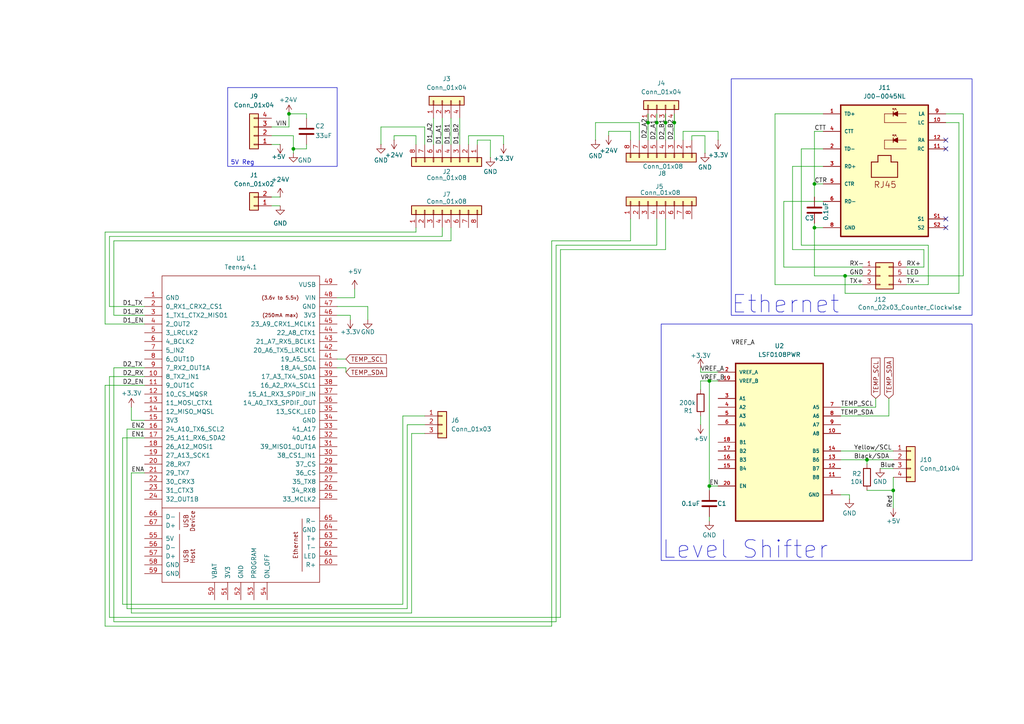
<source format=kicad_sch>
(kicad_sch (version 20231120) (generator "eeschema") (generator_version "8.0")
  (paper "A4")
  (lib_symbols
    (symbol "Connector_Generic:Conn_01x02" (pin_names (offset 1.016) hide)
      (property "Reference" "J" (at 0 2.54 0))
      (property "Value" "Conn_01x02" (at 0 -5.08 0))
      (symbol "Conn_01x02_1_1"
        (rectangle (start -1.27 -2.413) (end 0 -2.667) (stroke (width 0.1524)))
        (rectangle (start -1.27 0.127) (end 0 -0.127) (stroke (width 0.1524)))
        (rectangle (start -1.27 1.27) (end 1.27 -3.81) (stroke (width 0.254)) (fill (type background)))
        (pin passive line (at -5.08 0 0) (length 3.81) (name "Pin_1") (number "1"))
        (pin passive line (at -5.08 -2.54 0) (length 3.81) (name "Pin_2") (number "2"))
      )
    )
    (symbol "Connector_Generic:Conn_01x03" (pin_names (offset 1.016) hide)
      (property "Reference" "J" (at 0 5.08 0))
      (property "Value" "Conn_01x03" (at 0 -5.08 0))
      (symbol "Conn_01x03_1_1"
        (rectangle (start -1.27 -2.413) (end 0 -2.667) (stroke (width 0.1524)))
        (rectangle (start -1.27 0.127) (end 0 -0.127) (stroke (width 0.1524)))
        (rectangle (start -1.27 2.667) (end 0 2.413) (stroke (width 0.1524)))
        (rectangle (start -1.27 3.81) (end 1.27 -3.81) (stroke (width 0.254)) (fill (type background)))
        (pin passive line (at -5.08 2.54 0) (length 3.81) (name "Pin_1") (number "1"))
        (pin passive line (at -5.08 0 0) (length 3.81) (name "Pin_2") (number "2"))
        (pin passive line (at -5.08 -2.54 0) (length 3.81) (name "Pin_3") (number "3"))
      )
    )
    (symbol "Connector_Generic:Conn_01x04" (pin_names (offset 1.016) hide)
      (property "Reference" "J" (at 0 5.08 0))
      (property "Value" "Conn_01x04" (at 0 -7.62 0))
      (symbol "Conn_01x04_1_1"
        (rectangle (start -1.27 -4.953) (end 0 -5.207) (stroke (width 0.1524)))
        (rectangle (start -1.27 -2.413) (end 0 -2.667) (stroke (width 0.1524)))
        (rectangle (start -1.27 0.127) (end 0 -0.127) (stroke (width 0.1524)))
        (rectangle (start -1.27 2.667) (end 0 2.413) (stroke (width 0.1524)))
        (rectangle (start -1.27 3.81) (end 1.27 -6.35) (stroke (width 0.254)) (fill (type background)))
        (pin passive line (at -5.08 2.54 0) (length 3.81) (name "Pin_1") (number "1"))
        (pin passive line (at -5.08 0 0) (length 3.81) (name "Pin_2") (number "2"))
        (pin passive line (at -5.08 -2.54 0) (length 3.81) (name "Pin_3") (number "3"))
        (pin passive line (at -5.08 -5.08 0) (length 3.81) (name "Pin_4") (number "4"))
      )
    )
    (symbol "Connector_Generic:Conn_01x08" (pin_names (offset 1.016) hide)
      (property "Reference" "J" (at 0 10.16 0))
      (property "Value" "Conn_01x08" (at 0 -12.7 0))
      (symbol "Conn_01x08_1_1"
        (rectangle (start -1.27 -10.033) (end 0 -10.287) (stroke (width 0.1524)))
        (rectangle (start -1.27 -7.493) (end 0 -7.747) (stroke (width 0.1524)))
        (rectangle (start -1.27 -4.953) (end 0 -5.207) (stroke (width 0.1524)))
        (rectangle (start -1.27 -2.413) (end 0 -2.667) (stroke (width 0.1524)))
        (rectangle (start -1.27 0.127) (end 0 -0.127) (stroke (width 0.1524)))
        (rectangle (start -1.27 2.667) (end 0 2.413) (stroke (width 0.1524)))
        (rectangle (start -1.27 5.207) (end 0 4.953) (stroke (width 0.1524)))
        (rectangle (start -1.27 7.747) (end 0 7.493) (stroke (width 0.1524)))
        (rectangle (start -1.27 8.89) (end 1.27 -11.43) (stroke (width 0.254)) (fill (type background)))
        (pin passive line (at -5.08 7.62 0) (length 3.81) (name "Pin_1") (number "1"))
        (pin passive line (at -5.08 5.08 0) (length 3.81) (name "Pin_2") (number "2"))
        (pin passive line (at -5.08 2.54 0) (length 3.81) (name "Pin_3") (number "3"))
        (pin passive line (at -5.08 0 0) (length 3.81) (name "Pin_4") (number "4"))
        (pin passive line (at -5.08 -2.54 0) (length 3.81) (name "Pin_5") (number "5"))
        (pin passive line (at -5.08 -5.08 0) (length 3.81) (name "Pin_6") (number "6"))
        (pin passive line (at -5.08 -7.62 0) (length 3.81) (name "Pin_7") (number "7"))
        (pin passive line (at -5.08 -10.16 0) (length 3.81) (name "Pin_8") (number "8"))
      )
    )
    (symbol "Connector_Generic:Conn_02x03_Counter_Clockwise" (pin_names (offset 1.016) hide)
      (property "Reference" "J" (at 1.27 5.08 0))
      (property "Value" "Conn_02x03_Counter_Clockwise" (at 1.27 -5.08 0))
      (symbol "Conn_02x03_Counter_Clockwise_1_1"
        (rectangle (start -1.27 -2.413) (end 0 -2.667) (stroke (width 0.1524)))
        (rectangle (start -1.27 0.127) (end 0 -0.127) (stroke (width 0.1524)))
        (rectangle (start -1.27 2.667) (end 0 2.413) (stroke (width 0.1524)))
        (rectangle (start -1.27 3.81) (end 3.81 -3.81) (stroke (width 0.254)) (fill (type background)))
        (rectangle (start 3.81 -2.413) (end 2.54 -2.667) (stroke (width 0.1524)))
        (rectangle (start 3.81 0.127) (end 2.54 -0.127) (stroke (width 0.1524)))
        (rectangle (start 3.81 2.667) (end 2.54 2.413) (stroke (width 0.1524)))
        (pin passive line (at -5.08 2.54 0) (length 3.81) (name "Pin_1") (number "1"))
        (pin passive line (at -5.08 0 0) (length 3.81) (name "Pin_2") (number "2"))
        (pin passive line (at -5.08 -2.54 0) (length 3.81) (name "Pin_3") (number "3"))
        (pin passive line (at 7.62 -2.54 180) (length 3.81) (name "Pin_4") (number "4"))
        (pin passive line (at 7.62 0 180) (length 3.81) (name "Pin_5") (number "5"))
        (pin passive line (at 7.62 2.54 180) (length 3.81) (name "Pin_6") (number "6"))
      )
    )
    (symbol "Device:C" (pin_numbers hide) (pin_names (offset 0.254))
      (property "Reference" "C" (at 0.635 2.54 0))
      (property "Value" "C" (at 0.635 -2.54 0))
      (symbol "C_0_1"
        (polyline (pts (xy -2.032 -0.762) (xy 2.032 -0.762)) (stroke (width 0.508)))
        (polyline (pts (xy -2.032 0.762) (xy 2.032 0.762)) (stroke (width 0.508)))
      )
      (symbol "C_1_1"
        (pin passive line (at 0 3.81 270) (length 2.794) (name "~") (number "1"))
        (pin passive line (at 0 -3.81 90) (length 2.794) (name "~") (number "2"))
      )
    )
    (symbol "Device:R" (pin_numbers hide) (pin_names (offset 0))
      (property "Reference" "R" (at 2.032 0 90))
      (property "Value" "R" (at 0 0 90))
      (symbol "R_0_1"
        (rectangle (start -1.016 -2.54) (end 1.016 2.54) (stroke (width 0.254)))
      )
      (symbol "R_1_1"
        (pin passive line (at 0 3.81 270) (length 1.27) (name "~") (number "1"))
        (pin passive line (at 0 -3.81 90) (length 1.27) (name "~") (number "2"))
      )
    )
    (symbol "J00-0045NL:J00-0045NL" (pin_names (offset 1.016))
      (property "Reference" "J" (at -12.7418 21.6609 0))
      (property "Value" "J00-0045NL" (at -12.7427 -21.0253 0))
      (symbol "J00-0045NL_0_0"
        (rectangle (start -12.7 -17.78) (end 12.7 20.32) (stroke (width 0.4064)) (fill (type background)))
        (polyline (pts (xy -3.81 -0.635) (xy -3.81 3.81)) (stroke (width 0.254)))
        (polyline (pts (xy -3.81 3.81) (xy -1.905 3.81)) (stroke (width 0.254)))
        (polyline (pts (xy -1.905 3.81) (xy -1.905 5.715)) (stroke (width 0.254)))
        (polyline (pts (xy -1.905 5.715) (xy 1.905 5.715)) (stroke (width 0.254)))
        (polyline (pts (xy 0 10.16) (xy 0 7.62)) (stroke (width 0.1524)))
        (polyline (pts (xy 0 17.78) (xy 0 15.24)) (stroke (width 0.1524)))
        (polyline (pts (xy 1.905 3.81) (xy 3.81 3.81)) (stroke (width 0.254)))
        (polyline (pts (xy 1.905 5.715) (xy 1.905 3.81)) (stroke (width 0.254)))
        (polyline (pts (xy 2.413 11.7157) (xy 2.413 11.3982)) (stroke (width 0.1524)))
        (polyline (pts (xy 2.413 11.7157) (xy 2.7305 11.7157)) (stroke (width 0.1524)))
        (polyline (pts (xy 2.413 19.3357) (xy 2.413 19.0182)) (stroke (width 0.1524)))
        (polyline (pts (xy 2.413 19.3357) (xy 2.7305 19.3357)) (stroke (width 0.1524)))
        (polyline (pts (xy 2.54 10.16) (xy 0 10.16)) (stroke (width 0.1524)))
        (polyline (pts (xy 2.54 10.16) (xy 2.54 9.525)) (stroke (width 0.254)))
        (polyline (pts (xy 2.54 10.16) (xy 3.81 10.795)) (stroke (width 0.254)))
        (polyline (pts (xy 2.54 10.795) (xy 2.54 10.16)) (stroke (width 0.254)))
        (polyline (pts (xy 2.54 17.78) (xy 0 17.78)) (stroke (width 0.1524)))
        (polyline (pts (xy 2.54 17.78) (xy 2.54 17.145)) (stroke (width 0.254)))
        (polyline (pts (xy 2.54 17.78) (xy 3.81 18.415)) (stroke (width 0.254)))
        (polyline (pts (xy 2.54 18.415) (xy 2.54 17.78)) (stroke (width 0.254)))
        (polyline (pts (xy 2.8892 11.2394) (xy 2.413 11.7157)) (stroke (width 0.1524)))
        (polyline (pts (xy 2.8892 18.8594) (xy 2.413 19.3357)) (stroke (width 0.1524)))
        (polyline (pts (xy 3.048 11.7157) (xy 3.048 11.3982)) (stroke (width 0.1524)))
        (polyline (pts (xy 3.048 11.7157) (xy 3.3655 11.7157)) (stroke (width 0.1524)))
        (polyline (pts (xy 3.048 19.3357) (xy 3.048 19.0182)) (stroke (width 0.1524)))
        (polyline (pts (xy 3.048 19.3357) (xy 3.3655 19.3357)) (stroke (width 0.1524)))
        (polyline (pts (xy 3.5242 11.2394) (xy 3.048 11.7157)) (stroke (width 0.1524)))
        (polyline (pts (xy 3.5242 18.8594) (xy 3.048 19.3357)) (stroke (width 0.1524)))
        (polyline (pts (xy 3.81 -0.635) (xy -3.81 -0.635)) (stroke (width 0.254)))
        (polyline (pts (xy 3.81 3.81) (xy 3.81 -0.635)) (stroke (width 0.254)))
        (polyline (pts (xy 3.81 9.525) (xy 2.54 10.16)) (stroke (width 0.254)))
        (polyline (pts (xy 3.81 10.16) (xy 3.81 9.525)) (stroke (width 0.254)))
        (polyline (pts (xy 3.81 10.795) (xy 3.81 10.16)) (stroke (width 0.254)))
        (polyline (pts (xy 3.81 17.145) (xy 2.54 17.78)) (stroke (width 0.254)))
        (polyline (pts (xy 3.81 17.78) (xy 3.81 17.145)) (stroke (width 0.254)))
        (polyline (pts (xy 3.81 18.415) (xy 3.81 17.78)) (stroke (width 0.254)))
        (polyline (pts (xy 6.35 7.62) (xy 0.0317 7.62)) (stroke (width 0.1524)))
        (polyline (pts (xy 6.35 10.16) (xy 3.81 10.16)) (stroke (width 0.1524)))
        (polyline (pts (xy 6.35 15.24) (xy 0 15.24)) (stroke (width 0.1524)))
        (polyline (pts (xy 6.35 17.78) (xy 3.81 17.78)) (stroke (width 0.1524)))
        (polyline (pts (xy 2.667 17.78) (xy 3.81 18.415) (xy 3.81 17.145) (xy 2.667 17.78)) (stroke (width 0.1524)) (fill (type outline)))
        (polyline (pts (xy 3.81 10.795) (xy 2.54 10.16) (xy 3.81 9.525) (xy 3.81 10.795)) (stroke (width 0.1524)) (fill (type outline)))
        (text "RJ45" (at -3.1811 -3.8174 0) (effects (font (size 1.7814 1.7814)) (justify left bottom)))
        (pin passive line (at -17.78 17.78 0) (length 5.08) (name "TD+") (number "1"))
        (pin passive line (at 17.78 15.24 180) (length 5.08) (name "LC") (number "10"))
        (pin passive line (at 17.78 7.62 180) (length 5.08) (name "RC") (number "11"))
        (pin passive line (at 17.78 10.16 180) (length 5.08) (name "RA") (number "12"))
        (pin passive line (at -17.78 7.62 0) (length 5.08) (name "TD-") (number "2"))
        (pin passive line (at -17.78 2.54 0) (length 5.08) (name "RD+") (number "3"))
        (pin passive line (at -17.78 12.7 0) (length 5.08) (name "CTT") (number "4"))
        (pin passive line (at -17.78 -2.54 0) (length 5.08) (name "CTR") (number "5"))
        (pin passive line (at -17.78 -7.62 0) (length 5.08) (name "RD-") (number "6"))
        (pin passive line (at -17.78 -15.24 0) (length 5.08) (name "GND") (number "8"))
        (pin passive line (at 17.78 17.78 180) (length 5.08) (name "LA") (number "9"))
        (pin passive line (at 17.78 -12.7 180) (length 5.08) (name "S1") (number "S1"))
        (pin passive line (at 17.78 -15.24 180) (length 5.08) (name "S2") (number "S2"))
      )
    )
    (symbol "LSF0108PWR:LSF0108PWR" (pin_names (offset 1.016))
      (property "Reference" "U" (at -12.7 23.86 0))
      (property "Value" "LSF0108PWR" (at -12.7 -26.86 0))
      (symbol "LSF0108PWR_0_0"
        (rectangle (start -12.7 -22.86) (end 12.7 22.86) (stroke (width 0.41)) (fill (type background)))
        (pin power_in line (at 17.78 -15.24 180) (length 5.08) (name "GND") (number "1"))
        (pin bidirectional line (at 17.78 2.54 180) (length 5.08) (name "A8") (number "10"))
        (pin bidirectional line (at 17.78 -10.16 180) (length 5.08) (name "B8") (number "11"))
        (pin bidirectional line (at 17.78 -7.62 180) (length 5.08) (name "B7") (number "12"))
        (pin bidirectional line (at 17.78 -5.08 180) (length 5.08) (name "B6") (number "13"))
        (pin bidirectional line (at 17.78 -2.54 180) (length 5.08) (name "B5") (number "14"))
        (pin bidirectional line (at -17.78 -7.62 0) (length 5.08) (name "B4") (number "15"))
        (pin bidirectional line (at -17.78 -5.08 0) (length 5.08) (name "B3") (number "16"))
        (pin bidirectional line (at -17.78 -2.54 0) (length 5.08) (name "B2") (number "17"))
        (pin bidirectional line (at -17.78 0 0) (length 5.08) (name "B1") (number "18"))
        (pin input line (at -17.78 17.78 0) (length 5.08) (name "VREF_B") (number "19"))
        (pin input line (at -17.78 20.32 0) (length 5.08) (name "VREF_A") (number "2"))
        (pin bidirectional line (at -17.78 -12.7 0) (length 5.08) (name "EN") (number "20"))
        (pin bidirectional line (at -17.78 12.7 0) (length 5.08) (name "A1") (number "3"))
        (pin bidirectional line (at -17.78 10.16 0) (length 5.08) (name "A2") (number "4"))
        (pin bidirectional line (at -17.78 7.62 0) (length 5.08) (name "A3") (number "5"))
        (pin bidirectional line (at -17.78 5.08 0) (length 5.08) (name "A4") (number "6"))
        (pin bidirectional line (at 17.78 10.16 180) (length 5.08) (name "A5") (number "7"))
        (pin bidirectional line (at 17.78 7.62 180) (length 5.08) (name "A6") (number "8"))
        (pin bidirectional line (at 17.78 5.08 180) (length 5.08) (name "A7") (number "9"))
      )
    )
    (symbol "power:+24V" (power) (pin_numbers hide) (pin_names (offset 0) hide)
      (property "Value" "+24V" (at 0 3.556 0))
      (symbol "+24V_0_1"
        (polyline (pts (xy -0.762 1.27) (xy 0 2.54)))
        (polyline (pts (xy 0 0) (xy 0 2.54)))
        (polyline (pts (xy 0 2.54) (xy 0.762 1.27)))
      )
      (symbol "+24V_1_1"
        (pin power_in line (at 0 0 90) (length 0) (name "~") (number "1"))
      )
    )
    (symbol "power:+3.3V" (power) (pin_numbers hide) (pin_names (offset 0) hide)
      (property "Value" "+3.3V" (at 0 3.556 0))
      (symbol "+3.3V_0_1"
        (polyline (pts (xy -0.762 1.27) (xy 0 2.54)))
        (polyline (pts (xy 0 0) (xy 0 2.54)))
        (polyline (pts (xy 0 2.54) (xy 0.762 1.27)))
      )
      (symbol "+3.3V_1_1"
        (pin power_in line (at 0 0 90) (length 0) (name "~") (number "1"))
      )
    )
    (symbol "power:+5V" (power) (pin_numbers hide) (pin_names (offset 0) hide)
      (property "Value" "+5V" (at 0 3.556 0))
      (symbol "+5V_0_1"
        (polyline (pts (xy -0.762 1.27) (xy 0 2.54)))
        (polyline (pts (xy 0 0) (xy 0 2.54)))
        (polyline (pts (xy 0 2.54) (xy 0.762 1.27)))
      )
      (symbol "+5V_1_1"
        (pin power_in line (at 0 0 90) (length 0) (name "~") (number "1"))
      )
    )
    (symbol "power:GND" (power) (pin_numbers hide) (pin_names (offset 0) hide)
      (property "Value" "GND" (at 0 -3.81 0))
      (symbol "GND_0_1"
        (polyline (pts (xy 0 0) (xy 0 -1.27) (xy 1.27 -1.27) (xy 0 -2.54) (xy -1.27 -1.27) (xy 0 -1.27)))
      )
      (symbol "GND_1_1"
        (pin power_in line (at 0 0 270) (length 0) (name "~") (number "1"))
      )
    )
    (symbol "teensy:Teensy4.1" (pin_names (offset 1.016))
      (property "Reference" "U" (at 0 64.77 0))
      (property "Value" "Teensy4.1" (at 0 62.23 0))
      (symbol "Teensy4.1_0_0"
        (polyline (pts (xy -22.86 -6.35) (xy 22.86 -6.35)))
        (polyline (pts (xy -17.78 -26.67) (xy -17.78 -13.97)))
        (polyline (pts (xy -17.78 -7.62) (xy -17.78 -12.7)))
        (polyline (pts (xy 17.78 -9.525) (xy 17.78 -24.765)))
        (text "(250mA max)" (at 11.43 49.53 0) (effects (font (size 1.016 1.016))))
        (text "(3.6v to 5.5v)" (at 11.43 54.61 0) (effects (font (size 1.016 1.016))))
        (text "Device" (at -13.97 -10.16 900) (effects (font (size 1.27 1.27))))
        (text "Ethernet" (at 15.875 -17.145 900) (effects (font (size 1.27 1.27))))
        (text "Host" (at -13.97 -20.32 900) (effects (font (size 1.27 1.27))))
        (text "USB" (at -15.875 -20.32 900) (effects (font (size 1.27 1.27))))
        (text "USB" (at -15.875 -10.16 900) (effects (font (size 1.27 1.27))))
        (pin bidirectional line (at -27.94 31.75 0) (length 5.08) (name "8_TX2_IN1") (number "10"))
        (pin bidirectional line (at -27.94 29.21 0) (length 5.08) (name "9_OUT1C") (number "11"))
        (pin bidirectional line (at -27.94 26.67 0) (length 5.08) (name "10_CS_MQSR") (number "12"))
        (pin bidirectional line (at -27.94 24.13 0) (length 5.08) (name "11_MOSI_CTX1") (number "13"))
        (pin bidirectional line (at -27.94 21.59 0) (length 5.08) (name "12_MISO_MQSL") (number "14"))
        (pin power_in line (at -27.94 19.05 0) (length 5.08) (name "3V3") (number "15"))
        (pin bidirectional line (at -27.94 16.51 0) (length 5.08) (name "24_A10_TX6_SCL2") (number "16"))
        (pin bidirectional line (at -27.94 13.97 0) (length 5.08) (name "25_A11_RX6_SDA2") (number "17"))
        (pin bidirectional line (at -27.94 11.43 0) (length 5.08) (name "26_A12_MOSI1") (number "18"))
        (pin bidirectional line (at -27.94 8.89 0) (length 5.08) (name "27_A13_SCK1") (number "19"))
        (pin bidirectional line (at -27.94 6.35 0) (length 5.08) (name "28_RX7") (number "20"))
        (pin bidirectional line (at -27.94 3.81 0) (length 5.08) (name "29_TX7") (number "21"))
        (pin bidirectional line (at -27.94 1.27 0) (length 5.08) (name "30_CRX3") (number "22"))
        (pin bidirectional line (at -27.94 -1.27 0) (length 5.08) (name "31_CTX3") (number "23"))
        (pin bidirectional line (at -27.94 -3.81 0) (length 5.08) (name "32_OUT1B") (number "24"))
        (pin bidirectional line (at 27.94 -3.81 180) (length 5.08) (name "33_MCLK2") (number "25"))
        (pin bidirectional line (at 27.94 -1.27 180) (length 5.08) (name "34_RX8") (number "26"))
        (pin bidirectional line (at 27.94 1.27 180) (length 5.08) (name "35_TX8") (number "27"))
        (pin bidirectional line (at 27.94 3.81 180) (length 5.08) (name "36_CS") (number "28"))
        (pin bidirectional line (at 27.94 6.35 180) (length 5.08) (name "37_CS") (number "29"))
        (pin bidirectional line (at 27.94 8.89 180) (length 5.08) (name "38_CS1_IN1") (number "30"))
        (pin bidirectional line (at 27.94 11.43 180) (length 5.08) (name "39_MISO1_OUT1A") (number "31"))
        (pin bidirectional line (at 27.94 13.97 180) (length 5.08) (name "40_A16") (number "32"))
        (pin bidirectional line (at 27.94 16.51 180) (length 5.08) (name "41_A17") (number "33"))
        (pin bidirectional line (at 27.94 21.59 180) (length 5.08) (name "13_SCK_LED") (number "35"))
        (pin bidirectional line (at 27.94 24.13 180) (length 5.08) (name "14_A0_TX3_SPDIF_OUT") (number "36"))
        (pin bidirectional line (at 27.94 26.67 180) (length 5.08) (name "15_A1_RX3_SPDIF_IN") (number "37"))
        (pin bidirectional line (at 27.94 29.21 180) (length 5.08) (name "16_A2_RX4_SCL1") (number "38"))
        (pin bidirectional line (at 27.94 31.75 180) (length 5.08) (name "17_A3_TX4_SDA1") (number "39"))
        (pin bidirectional line (at 27.94 34.29 180) (length 5.08) (name "18_A4_SDA") (number "40"))
        (pin bidirectional line (at 27.94 36.83 180) (length 5.08) (name "19_A5_SCL") (number "41"))
        (pin bidirectional line (at 27.94 39.37 180) (length 5.08) (name "20_A6_TX5_LRCLK1") (number "42"))
        (pin bidirectional line (at 27.94 41.91 180) (length 5.08) (name "21_A7_RX5_BCLK1") (number "43"))
        (pin bidirectional line (at 27.94 44.45 180) (length 5.08) (name "22_A8_CTX1") (number "44"))
        (pin bidirectional line (at 27.94 46.99 180) (length 5.08) (name "23_A9_CRX1_MCLK1") (number "45"))
        (pin output line (at 27.94 49.53 180) (length 5.08) (name "3V3") (number "46"))
        (pin output line (at 27.94 52.07 180) (length 5.08) (name "GND") (number "47"))
        (pin power_in line (at 27.94 54.61 180) (length 5.08) (name "VIN") (number "48"))
        (pin power_out line (at 27.94 58.42 180) (length 5.08) (name "VUSB") (number "49"))
        (pin bidirectional line (at -27.94 44.45 0) (length 5.08) (name "3_LRCLK2") (number "5"))
        (pin power_in line (at -7.62 -33.02 90) (length 5.08) (name "VBAT") (number "50"))
        (pin power_in line (at -3.81 -33.02 90) (length 5.08) (name "3V3") (number "51"))
        (pin input line (at 0 -33.02 90) (length 5.08) (name "GND") (number "52"))
        (pin input line (at 3.81 -33.02 90) (length 5.08) (name "PROGRAM") (number "53"))
        (pin input line (at 7.62 -33.02 90) (length 5.08) (name "ON_OFF") (number "54"))
        (pin power_out line (at -27.94 -15.24 0) (length 5.08) (name "5V") (number "55"))
        (pin bidirectional line (at -27.94 -17.78 0) (length 5.08) (name "D-") (number "56"))
        (pin bidirectional line (at -27.94 -20.32 0) (length 5.08) (name "D+") (number "57"))
        (pin power_in line (at -27.94 -22.86 0) (length 5.08) (name "GND") (number "58"))
        (pin power_in line (at -27.94 -25.4 0) (length 5.08) (name "GND") (number "59"))
        (pin bidirectional line (at -27.94 41.91 0) (length 5.08) (name "4_BCLK2") (number "6"))
        (pin bidirectional line (at 27.94 -22.86 180) (length 5.08) (name "R+") (number "60"))
        (pin bidirectional line (at 27.94 -20.32 180) (length 5.08) (name "LED") (number "61"))
        (pin bidirectional line (at 27.94 -17.78 180) (length 5.08) (name "T-") (number "62"))
        (pin bidirectional line (at 27.94 -15.24 180) (length 5.08) (name "T+") (number "63"))
        (pin power_in line (at 27.94 -12.7 180) (length 5.08) (name "GND") (number "64"))
        (pin bidirectional line (at 27.94 -10.16 180) (length 5.08) (name "R-") (number "65"))
        (pin bidirectional line (at -27.94 -8.89 0) (length 5.08) (name "D-") (number "66"))
        (pin bidirectional line (at -27.94 -11.43 0) (length 5.08) (name "D+") (number "67"))
        (pin bidirectional line (at -27.94 39.37 0) (length 5.08) (name "5_IN2") (number "7"))
        (pin bidirectional line (at -27.94 36.83 0) (length 5.08) (name "6_OUT1D") (number "8"))
        (pin bidirectional line (at -27.94 34.29 0) (length 5.08) (name "7_RX2_OUT1A") (number "9"))
      )
      (symbol "Teensy4.1_0_1"
        (rectangle (start -22.86 60.96) (end 22.86 -27.94))
        (rectangle (start -20.32 -1.27) (end -20.32 -1.27))
      )
      (symbol "Teensy4.1_1_1"
        (pin power_in line (at -27.94 54.61 0) (length 5.08) (name "GND") (number "1"))
        (pin bidirectional line (at -27.94 52.07 0) (length 5.08) (name "0_RX1_CRX2_CS1") (number "2"))
        (pin bidirectional line (at -27.94 49.53 0) (length 5.08) (name "1_TX1_CTX2_MISO1") (number "3"))
        (pin power_in line (at 27.94 19.05 180) (length 5.08) (name "GND") (number "34"))
        (pin bidirectional line (at -27.94 46.99 0) (length 5.08) (name "2_OUT2") (number "4"))
      )
    )
  )
  (junction (at 236.22 66.04))
  (junction (at 85.09 43.18))
  (junction (at 190.5 35.56))
  (junction (at 236.22 53.34))
  (junction (at 83.82 33.02))
  (junction (at 259.08 142.24))
  (junction (at 195.58 35.56))
  (junction (at 205.74 110.49))
  (junction (at 205.74 140.97))
  (junction (at 187.96 35.56))
  (junction (at 193.04 35.56))
  (junction (at 251.46 133.35))
  (junction (at 245.11 80.01))
  (no_connect (at 274.32 43.18))
  (no_connect (at 274.32 66.04))
  (no_connect (at 274.32 63.5))
  (no_connect (at 274.32 40.64))
  (wire (pts (xy 208.28 38.1) (xy 208.28 40.64)))
  (wire (pts (xy 195.58 35.56) (xy 195.58 40.64)))
  (wire (pts (xy 232.41 71.12) (xy 269.24 71.12)))
  (wire (pts (xy 33.02 91.44) (xy 33.02 69.85)))
  (wire (pts (xy 262.89 82.55) (xy 269.24 82.55)))
  (wire (pts (xy 97.79 91.44) (xy 101.6 91.44)))
  (wire (pts (xy 30.48 93.98) (xy 41.91 93.98)))
  (wire (pts (xy 224.79 33.02) (xy 238.76 33.02)))
  (wire (pts (xy 138.43 40.64) (xy 142.24 40.64)))
  (wire (pts (xy 254 118.11) (xy 254 115.57)))
  (wire (pts (xy 185.42 35.56) (xy 185.42 40.64)))
  (wire (pts (xy 203.2 120.65) (xy 203.2 123.19)))
  (wire (pts (xy 33.02 106.68) (xy 33.02 180.34)))
  (wire (pts (xy 236.22 80.01) (xy 245.11 80.01)))
  (wire (pts (xy 182.88 69.85) (xy 182.88 63.5)))
  (wire (pts (xy 146.05 39.37) (xy 146.05 41.91)))
  (wire (pts (xy 116.84 175.26) (xy 116.84 120.65)))
  (wire (pts (xy 238.76 58.42) (xy 227.33 58.42)))
  (wire (pts (xy 246.38 143.51) (xy 246.38 144.78)))
  (wire (pts (xy 262.89 77.47) (xy 267.97 77.47)))
  (wire (pts (xy 262.89 80.01) (xy 279.4 80.01)))
  (wire (pts (xy 205.74 110.49) (xy 208.28 110.49)))
  (wire (pts (xy 203.2 107.95) (xy 208.28 107.95)))
  (wire (pts (xy 190.5 71.12) (xy 190.5 63.5)))
  (wire (pts (xy 78.74 57.15) (xy 81.28 57.15)))
  (wire (pts (xy 232.41 43.18) (xy 232.41 71.12)))
  (wire (pts (xy 33.02 91.44) (xy 41.91 91.44)))
  (wire (pts (xy 198.12 40.64) (xy 198.12 38.1)))
  (wire (pts (xy 279.4 80.01) (xy 279.4 33.02)))
  (wire (pts (xy 251.46 133.35) (xy 259.08 133.35)))
  (wire (pts (xy 243.84 133.35) (xy 251.46 133.35)))
  (wire (pts (xy 118.11 176.53) (xy 118.11 123.19)))
  (wire (pts (xy 33.02 180.34) (xy 161.29 180.34)))
  (wire (pts (xy 190.5 33.02) (xy 190.5 35.56)))
  (wire (pts (xy 128.27 66.04) (xy 128.27 68.58)))
  (wire (pts (xy 130.81 66.04) (xy 130.81 69.85)))
  (wire (pts (xy 243.84 143.51) (xy 246.38 143.51)))
  (wire (pts (xy 224.79 33.02) (xy 224.79 82.55)))
  (wire (pts (xy 110.49 36.83) (xy 110.49 41.91)))
  (wire (pts (xy 193.04 63.5) (xy 193.04 72.39)))
  (wire (pts (xy 267.97 72.39) (xy 267.97 77.47)))
  (wire (pts (xy 31.75 88.9) (xy 31.75 68.58)))
  (wire (pts (xy 120.65 41.91) (xy 120.65 39.37)))
  (wire (pts (xy 88.9 33.02) (xy 88.9 34.29)))
  (wire (pts (xy 135.89 39.37) (xy 146.05 39.37)))
  (wire (pts (xy 118.11 123.19) (xy 123.19 123.19)))
  (wire (pts (xy 106.68 88.9) (xy 106.68 92.71)))
  (wire (pts (xy 41.91 124.46) (xy 36.83 124.46)))
  (wire (pts (xy 30.48 67.31) (xy 120.65 67.31)))
  (wire (pts (xy 119.38 177.8) (xy 119.38 125.73)))
  (wire (pts (xy 78.74 59.69) (xy 81.28 59.69)))
  (wire (pts (xy 259.08 138.43) (xy 259.08 142.24)))
  (wire (pts (xy 245.11 80.01) (xy 250.19 80.01)))
  (wire (pts (xy 130.81 34.29) (xy 130.81 41.91)))
  (wire (pts (xy 198.12 38.1) (xy 208.28 38.1)))
  (wire (pts (xy 243.84 130.81) (xy 259.08 130.81)))
  (wire (pts (xy 203.2 110.49) (xy 203.2 113.03)))
  (wire (pts (xy 160.02 69.85) (xy 160.02 181.61)))
  (wire (pts (xy 245.11 85.09) (xy 245.11 80.01)))
  (wire (pts (xy 205.74 110.49) (xy 205.74 140.97)))
  (wire (pts (xy 35.56 175.26) (xy 116.84 175.26)))
  (wire (pts (xy 41.91 137.16) (xy 38.1 137.16)))
  (wire (pts (xy 78.74 41.91) (xy 81.28 41.91)))
  (wire (pts (xy 97.79 106.68) (xy 100.33 106.68)))
  (wire (pts (xy 255.27 135.89) (xy 259.08 135.89)))
  (wire (pts (xy 31.75 109.22) (xy 31.75 179.07)))
  (wire (pts (xy 83.82 33.02) (xy 88.9 33.02)))
  (wire (pts (xy 120.65 66.04) (xy 120.65 67.31)))
  (wire (pts (xy 236.22 38.1) (xy 238.76 38.1)))
  (wire (pts (xy 35.56 127) (xy 35.56 175.26)))
  (wire (pts (xy 41.91 109.22) (xy 31.75 109.22)))
  (wire (pts (xy 176.53 38.1) (xy 182.88 38.1)))
  (wire (pts (xy 38.1 137.16) (xy 38.1 177.8)))
  (wire (pts (xy 97.79 86.36) (xy 102.87 86.36)))
  (wire (pts (xy 205.74 140.97) (xy 205.74 142.24)))
  (wire (pts (xy 203.2 110.49) (xy 205.74 110.49)))
  (wire (pts (xy 123.19 36.83) (xy 123.19 41.91)))
  (wire (pts (xy 279.4 33.02) (xy 274.32 33.02)))
  (wire (pts (xy 236.22 64.77) (xy 236.22 66.04)))
  (wire (pts (xy 251.46 133.35) (xy 251.46 134.62)))
  (wire (pts (xy 101.6 91.44) (xy 101.6 92.71)))
  (wire (pts (xy 278.13 35.56) (xy 278.13 85.09)))
  (wire (pts (xy 187.96 33.02) (xy 187.96 35.56)))
  (wire (pts (xy 41.91 127) (xy 35.56 127)))
  (wire (pts (xy 238.76 43.18) (xy 232.41 43.18)))
  (wire (pts (xy 116.84 120.65) (xy 123.19 120.65)))
  (wire (pts (xy 229.87 72.39) (xy 267.97 72.39)))
  (wire (pts (xy 269.24 71.12) (xy 269.24 82.55)))
  (wire (pts (xy 236.22 53.34) (xy 238.76 53.34)))
  (wire (pts (xy 193.04 35.56) (xy 193.04 40.64)))
  (wire (pts (xy 114.3 39.37) (xy 120.65 39.37)))
  (wire (pts (xy 200.66 39.37) (xy 200.66 40.64)))
  (wire (pts (xy 30.48 111.76) (xy 30.48 181.61)))
  (wire (pts (xy 85.09 43.18) (xy 88.9 43.18)))
  (wire (pts (xy 123.19 36.83) (xy 110.49 36.83)))
  (wire (pts (xy 190.5 35.56) (xy 190.5 40.64)))
  (wire (pts (xy 160.02 69.85) (xy 182.88 69.85)))
  (wire (pts (xy 205.74 140.97) (xy 208.28 140.97)))
  (wire (pts (xy 195.58 33.02) (xy 195.58 35.56)))
  (wire (pts (xy 85.09 43.18) (xy 85.09 44.45)))
  (wire (pts (xy 182.88 40.64) (xy 182.88 38.1)))
  (wire (pts (xy 238.76 48.26) (xy 229.87 48.26)))
  (wire (pts (xy 85.09 39.37) (xy 85.09 43.18)))
  (wire (pts (xy 119.38 125.73) (xy 123.19 125.73)))
  (wire (pts (xy 133.35 34.29) (xy 133.35 41.91)))
  (wire (pts (xy 102.87 83.82) (xy 102.87 86.36)))
  (wire (pts (xy 227.33 58.42) (xy 227.33 77.47)))
  (wire (pts (xy 97.79 104.14) (xy 100.33 104.14)))
  (wire (pts (xy 114.3 39.37) (xy 114.3 40.64)))
  (wire (pts (xy 193.04 33.02) (xy 193.04 35.56)))
  (wire (pts (xy 259.08 142.24) (xy 259.08 147.32)))
  (wire (pts (xy 125.73 34.29) (xy 125.73 41.91)))
  (wire (pts (xy 38.1 177.8) (xy 119.38 177.8)))
  (wire (pts (xy 227.33 77.47) (xy 250.19 77.47)))
  (wire (pts (xy 138.43 40.64) (xy 138.43 41.91)))
  (wire (pts (xy 161.29 71.12) (xy 161.29 180.34)))
  (wire (pts (xy 31.75 179.07) (xy 162.56 179.07)))
  (wire (pts (xy 172.72 35.56) (xy 172.72 40.64)))
  (wire (pts (xy 162.56 72.39) (xy 193.04 72.39)))
  (wire (pts (xy 31.75 68.58) (xy 128.27 68.58)))
  (wire (pts (xy 38.1 118.11) (xy 38.1 121.92)))
  (wire (pts (xy 30.48 67.31) (xy 30.48 93.98)))
  (wire (pts (xy 224.79 82.55) (xy 250.19 82.55)))
  (wire (pts (xy 41.91 111.76) (xy 30.48 111.76)))
  (wire (pts (xy 162.56 72.39) (xy 162.56 179.07)))
  (wire (pts (xy 100.33 106.68) (xy 100.33 107.95)))
  (wire (pts (xy 236.22 66.04) (xy 236.22 80.01)))
  (wire (pts (xy 185.42 35.56) (xy 172.72 35.56)))
  (wire (pts (xy 251.46 142.24) (xy 259.08 142.24)))
  (wire (pts (xy 161.29 71.12) (xy 190.5 71.12)))
  (wire (pts (xy 135.89 41.91) (xy 135.89 39.37)))
  (wire (pts (xy 36.83 176.53) (xy 118.11 176.53)))
  (wire (pts (xy 229.87 48.26) (xy 229.87 72.39)))
  (wire (pts (xy 257.81 120.65) (xy 257.81 115.57)))
  (wire (pts (xy 243.84 120.65) (xy 257.81 120.65)))
  (wire (pts (xy 245.11 85.09) (xy 278.13 85.09)))
  (wire (pts (xy 41.91 106.68) (xy 33.02 106.68)))
  (wire (pts (xy 205.74 149.86) (xy 205.74 151.13)))
  (wire (pts (xy 200.66 39.37) (xy 204.47 39.37)))
  (wire (pts (xy 236.22 57.15) (xy 236.22 53.34)))
  (wire (pts (xy 204.47 39.37) (xy 204.47 44.45)))
  (wire (pts (xy 31.75 88.9) (xy 41.91 88.9)))
  (wire (pts (xy 128.27 34.29) (xy 128.27 41.91)))
  (wire (pts (xy 78.74 39.37) (xy 85.09 39.37)))
  (wire (pts (xy 88.9 41.91) (xy 88.9 43.18)))
  (wire (pts (xy 274.32 35.56) (xy 278.13 35.56)))
  (wire (pts (xy 41.91 121.92) (xy 38.1 121.92)))
  (wire (pts (xy 176.53 38.1) (xy 176.53 39.37)))
  (wire (pts (xy 78.74 36.83) (xy 83.82 36.83)))
  (wire (pts (xy 236.22 53.34) (xy 236.22 38.1)))
  (wire (pts (xy 236.22 66.04) (xy 238.76 66.04)))
  (wire (pts (xy 97.79 88.9) (xy 106.68 88.9)))
  (wire (pts (xy 187.96 35.56) (xy 187.96 40.64)))
  (wire (pts (xy 33.02 69.85) (xy 130.81 69.85)))
  (wire (pts (xy 30.48 181.61) (xy 160.02 181.61)))
  (wire (pts (xy 83.82 33.02) (xy 83.82 36.83)))
  (wire (pts (xy 243.84 118.11) (xy 254 118.11)))
  (wire (pts (xy 36.83 124.46) (xy 36.83 176.53)))
  (wire (pts (xy 203.2 106.68) (xy 203.2 107.95)))
  (wire (pts (xy 142.24 40.64) (xy 142.24 45.72)))
  (rectangle (start 191.77 93.98) (end 281.94 162.56))
  (rectangle (start 212.09 22.86) (end 281.94 91.44))
  (rectangle (start 66.04 25.4) (end 97.79 48.26))
  (text "Level Shifter" (at 216.154 159.512 0) (effects (font (size 5.08 5.08))))
  (text "5V Reg" (at 70.358 47.244 0) (effects (font (size 1.27 1.27))))
  (text "Ethernet" (at 227.838 88.392 0) (effects (font (size 5.08 5.08))))
  (label "D1_TX" (at 35.56 88.9 0))
  (label "D2_B2" (at 195.58 40.64 90))
  (label "D2_B1" (at 193.04 40.64 90))
  (label "LED" (at 262.89 80.01 0))
  (label "D1_B1" (at 130.81 41.91 90))
  (label "RX-" (at 246.38 77.47 0))
  (label "EN2" (at 38.1 124.46 0))
  (label "Yellow{slash}SCL" (at 247.65 130.81 0))
  (label "RX+" (at 262.89 77.47 0))
  (label "Red" (at 259.08 143.51 270))
  (label "VREF_A" (at 212.09 100.33 0))
  (label "ENA" (at 38.1 137.16 0))
  (label "D1_EN" (at 35.56 93.98 0))
  (label "Blue" (at 255.27 135.89 0))
  (label "D1_B2" (at 133.35 41.91 90))
  (label "D1_A1" (at 128.27 41.91 90))
  (label "D2_A2" (at 187.96 34.29 270))
  (label "D2_EN" (at 35.56 111.76 0))
  (label "EN" (at 205.74 140.97 0))
  (label "VREF_A" (at 203.2 107.95 0))
  (label "CTT" (at 236.22 38.1 0))
  (label "TX-" (at 262.89 82.55 0))
  (label "Black{slash}SDA" (at 247.65 133.35 0))
  (label "GND" (at 246.38 80.01 0))
  (label "D1_A2" (at 125.73 35.56 270))
  (label "TEMP_SDA" (at 243.84 120.65 0))
  (label "D1_RX" (at 35.56 91.44 0))
  (label "TEMP_SCL" (at 243.84 118.11 0))
  (label "VIN" (at 80.01 36.83 0))
  (label "CTR" (at 236.22 53.34 0))
  (label "D2_TX" (at 35.56 106.68 0))
  (label "D2_RX" (at 35.56 109.22 0))
  (label "EN1" (at 38.1 127 0))
  (label "D2_A1" (at 190.5 40.64 90))
  (label "VREF_B" (at 203.2 110.49 0))
  (label "TX+" (at 246.38 82.55 0))
  (global_label "TEMP_SDA" (shape input) (at 257.81 115.57 90) (property "Intersheetrefs" "${INTERSHEET_REFS}" (effects (hide yes))))
  (global_label "TEMP_SCL" (shape input) (at 254 115.57 90) (property "Intersheetrefs" "${INTERSHEET_REFS}" (effects (hide yes))))
  (global_label "TEMP_SCL" (shape input) (at 100.33 104.14 0) (property "Intersheetrefs" "${INTERSHEET_REFS}" (effects (hide yes))))
  (global_label "TEMP_SDA" (shape input) (at 100.33 107.95 0) (property "Intersheetrefs" "${INTERSHEET_REFS}" (effects (hide yes))))
  (symbol (lib_id "power:+3.3V") (at 203.2 106.68 0) (unit 1)
    (property "Reference" "#PWR017" (effects (hide yes)))
    (property "Value" "+3.3V" (at 203.2 103.124 0))
    (property "Description" "Power symbol creates a global label with name \"+3.3V\"" (effects (hide yes)))
  )
  (symbol (lib_id "power:+5V") (at 203.2 123.19 180) (unit 1)
    (property "Reference" "#PWR018" (effects (hide yes)))
    (property "Value" "+5V" (at 203.2 127.254 0))
    (property "Description" "Power symbol creates a global label with name \"+5V\"" (effects (hide yes)))
  )
  (symbol (lib_id "power:+5V") (at 102.87 83.82 0) (unit 1)
    (property "Reference" "#PWR014" (effects (hide yes)))
    (property "Value" "+5V" (at 102.87 78.74 0))
    (property "Description" "Power symbol creates a global label with name \"+5V\"" (effects (hide yes)))
  )
  (symbol (lib_id "Connector_Generic:Conn_01x04") (at 128.27 29.21 90) (unit 1)
    (property "Reference" "J3" (at 129.54 22.86 90))
    (property "Value" "Conn_01x04" (at 129.54 25.4 90))
    (property "Footprint" "Connector_JST:JST_EH_B4B-EH-A_1x04_P2.50mm_Vertical" (effects (hide yes)))
    (property "Description" "Generic connector, single row, 01x04, script generated (kicad-library-utils/schlib/autogen/connector/)" (effects (hide yes)))
  )
  (symbol (lib_id "power:GND") (at 246.38 144.78 0) (unit 1)
    (property "Reference" "#PWR020" (effects (hide yes)))
    (property "Value" "GND" (at 246.38 148.844 0))
    (property "Description" "Power symbol creates a global label with name \"GND\" , ground" (effects (hide yes)))
  )
  (symbol (lib_id "power:+24V") (at 176.53 39.37 180) (unit 1)
    (property "Reference" "#PWR06" (effects (hide yes)))
    (property "Value" "+24V" (at 176.53 43.688 0))
    (property "Description" "Power symbol creates a global label with name \"+24V\"" (effects (hide yes)))
  )
  (symbol (lib_id "power:+24V") (at 114.3 40.64 180) (unit 1)
    (property "Reference" "#PWR03" (effects (hide yes)))
    (property "Value" "+24V" (at 114.3 44.958 0))
    (property "Description" "Power symbol creates a global label with name \"+24V\"" (effects (hide yes)))
  )
  (symbol (lib_id "power:GND") (at 106.68 92.71 0) (unit 1)
    (property "Reference" "#PWR015" (effects (hide yes)))
    (property "Value" "GND" (at 106.68 96.266 0))
    (property "Description" "Power symbol creates a global label with name \"GND\" , ground" (effects (hide yes)))
  )
  (symbol (lib_id "Connector_Generic:Conn_01x04") (at 73.66 39.37 180) (unit 1)
    (property "Reference" "J9" (at 73.66 27.94 0))
    (property "Value" "Conn_01x04" (at 73.66 30.48 0))
    (property "Footprint" "Connector_PinSocket_2.54mm:PinSocket_1x04_P2.54mm_Vertical" (effects (hide yes)))
    (property "Description" "Generic connector, single row, 01x04, script generated (kicad-library-utils/schlib/autogen/connector/)" (effects (hide yes)))
  )
  (symbol (lib_id "teensy:Teensy4.1") (at 69.85 140.97 0) (unit 1)
    (property "Reference" "U1" (at 69.85 74.93 0))
    (property "Value" "Teensy4.1" (at 69.85 77.47 0))
    (property "Footprint" "teensy:Teensy41" (effects (hide yes)))
  )
  (symbol (lib_id "J00-0045NL:J00-0045NL") (at 256.54 50.8 0) (unit 1)
    (property "Reference" "J11" (at 256.54 25.4 0))
    (property "Value" "J00-0045NL" (at 256.54 27.94 0))
    (property "Footprint" "J00-0045NL:PULSE_J00-0045NL" (effects (hide yes)))
    (property "MF" "Pulse Electronics" (effects (hide yes)))
    (property "DESCRIPTION" "Conn RJ-45 Integrated Magnetics F 8 POS 2.54mm Solder RA Thru-Hole 12 Terminal 1 Port Cat 5/Cat 6" (effects (hide yes)))
    (property "PACKAGE" "None" (effects (hide yes)))
    (property "Price" "None" (effects (hide yes)))
    (property "Package" "None" (effects (hide yes)))
    (property "Check_prices" "https://www.snapeda.com/parts/J00-0045NL/Pulse+Electronics+Network/view-part/?ref=eda" (effects (hide yes)))
    (property "SnapEDA_Link" "https://www.snapeda.com/parts/J00-0045NL/Pulse+Electronics+Network/view-part/?ref=snap" (effects (hide yes)))
    (property "MP" "J00-0045NL" (effects (hide yes)))
    (property "Purchase-URL" "https://www.snapeda.com/api/url_track_click_mouser/?unipart_id=87956&manufacturer=Pulse Electronics&part_name=J00-0045NL&search_term=None" (effects (hide yes)))
    (property "Availability" "In Stock" (effects (hide yes)))
    (property "Description_1" "\n1 Port RJ45 Magjack Connector Through Hole 10/100 Base-TX, AutoMDIX\n" (effects (hide yes)))
  )
  (symbol (lib_id "power:+24V") (at 81.28 57.15 0) (unit 1)
    (property "Reference" "#PWR01" (effects (hide yes)))
    (property "Value" "+24V" (at 81.28 52.07 0))
    (property "Description" "Power symbol creates a global label with name \"+24V\"" (effects (hide yes)))
  )
  (symbol (lib_id "power:+24V") (at 83.82 33.02 0) (unit 1)
    (property "Reference" "#PWR011" (effects (hide yes)))
    (property "Value" "+24V" (at 83.566 28.956 0))
    (property "Description" "Power symbol creates a global label with name \"+24V\"" (effects (hide yes)))
  )
  (symbol (lib_id "power:+5V") (at 259.08 147.32 180) (unit 1)
    (property "Reference" "#PWR022" (effects (hide yes)))
    (property "Value" "+5V" (at 259.08 151.13 0))
    (property "Description" "Power symbol creates a global label with name \"+5V\"" (effects (hide yes)))
  )
  (symbol (lib_id "Connector_Generic:Conn_01x08") (at 128.27 60.96 90) (unit 1)
    (property "Reference" "J7" (at 129.54 56.388 90))
    (property "Value" "Conn_01x08" (at 129.54 58.42 90))
    (property "Footprint" "Connector_PinSocket_2.54mm:PinSocket_1x08_P2.54mm_Vertical" (effects (hide yes)))
    (property "Description" "Generic connector, single row, 01x08, script generated (kicad-library-utils/schlib/autogen/connector/)" (effects (hide yes)))
  )
  (symbol (lib_id "Device:R") (at 203.2 116.84 180) (unit 1)
    (property "Reference" "R1" (at 199.644 119.126 0))
    (property "Value" "200k" (at 199.39 116.84 0))
    (property "Footprint" "Resistor_THT:R_Axial_DIN0204_L3.6mm_D1.6mm_P5.08mm_Horizontal" (effects (hide yes)))
    (property "Description" "Resistor" (effects (hide yes)))
  )
  (symbol (lib_id "power:+3.3V") (at 208.28 40.64 180) (unit 1)
    (property "Reference" "#PWR010" (effects (hide yes)))
    (property "Value" "+3.3V" (at 208.28 44.958 0))
    (property "Description" "Power symbol creates a global label with name \"+3.3V\"" (effects (hide yes)))
  )
  (symbol (lib_id "Connector_Generic:Conn_01x03") (at 128.27 123.19 0) (unit 1)
    (property "Reference" "J6" (at 130.81 121.9199 0) (effects (justify left)))
    (property "Value" "Conn_01x03" (at 130.81 124.4599 0) (effects (justify left)))
    (property "Footprint" "Connector_JST:JST_EH_B3B-EH-A_1x03_P2.50mm_Vertical" (effects (hide yes)))
    (property "Description" "Generic connector, single row, 01x03, script generated (kicad-library-utils/schlib/autogen/connector/)" (effects (hide yes)))
  )
  (symbol (lib_id "Device:C") (at 205.74 146.05 0) (unit 1)
    (property "Reference" "C1" (at 208.026 146.05 0) (effects (justify left)))
    (property "Value" "0.1uF" (at 197.612 146.05 0) (effects (justify left)))
    (property "Footprint" "Capacitor_THT:C_Disc_D3.0mm_W1.6mm_P2.50mm" (effects (hide yes)))
    (property "Description" "Unpolarized capacitor" (effects (hide yes)))
  )
  (symbol (lib_id "power:GND") (at 85.09 44.45 0) (unit 1)
    (property "Reference" "#PWR012" (effects (hide yes)))
    (property "Value" "GND" (at 88.392 46.482 0))
    (property "Description" "Power symbol creates a global label with name \"GND\" , ground" (effects (hide yes)))
  )
  (symbol (lib_id "power:GND") (at 255.27 135.89 0) (unit 1)
    (property "Reference" "#PWR021" (effects (hide yes)))
    (property "Value" "GND" (at 255.27 139.7 0))
    (property "Description" "Power symbol creates a global label with name \"GND\" , ground" (effects (hide yes)))
  )
  (symbol (lib_id "power:GND") (at 81.28 59.69 0) (unit 1)
    (property "Reference" "#PWR02" (effects (hide yes)))
    (property "Value" "GND" (at 81.28 64.77 0))
    (property "Description" "Power symbol creates a global label with name \"GND\" , ground" (effects (hide yes)))
  )
  (symbol (lib_id "Connector_Generic:Conn_01x08") (at 190.5 58.42 90) (unit 1)
    (property "Reference" "J5" (at 191.262 54.102 90))
    (property "Value" "Conn_01x08" (at 191.516 55.88 90))
    (property "Footprint" "Connector_PinSocket_2.54mm:PinSocket_1x08_P2.54mm_Vertical" (effects (hide yes)))
    (property "Description" "Generic connector, single row, 01x08, script generated (kicad-library-utils/schlib/autogen/connector/)" (effects (hide yes)))
  )
  (symbol (lib_id "Connector_Generic:Conn_01x04") (at 264.16 133.35 0) (unit 1)
    (property "Reference" "J10" (at 266.7 133.3499 0) (effects (justify left)))
    (property "Value" "Conn_01x04" (at 266.7 135.8899 0) (effects (justify left)))
    (property "Footprint" "Connector_JST:JST_EH_B4B-EH-A_1x04_P2.50mm_Vertical" (effects (hide yes)))
    (property "Description" "Generic connector, single row, 01x04, script generated (kicad-library-utils/schlib/autogen/connector/)" (effects (hide yes)))
  )
  (symbol (lib_id "Device:C") (at 236.22 60.96 0) (unit 1)
    (property "Reference" "C3" (at 233.426 63.246 0) (effects (justify left)))
    (property "Value" "0.1uF" (at 239.522 64.008 90) (effects (justify left)))
    (property "Footprint" "Capacitor_THT:C_Disc_D3.0mm_W1.6mm_P2.50mm" (effects (hide yes)))
    (property "Description" "Unpolarized capacitor" (effects (hide yes)))
  )
  (symbol (lib_id "power:GND") (at 110.49 41.91 0) (unit 1)
    (property "Reference" "#PWR04" (effects (hide yes)))
    (property "Value" "GND" (at 110.49 46.482 0))
    (property "Description" "Power symbol creates a global label with name \"GND\" , ground" (effects (hide yes)))
  )
  (symbol (lib_id "Connector_Generic:Conn_01x08") (at 130.81 46.99 270) (unit 1)
    (property "Reference" "J2" (at 129.54 49.784 90))
    (property "Value" "Conn_01x08" (at 129.54 51.562 90))
    (property "Footprint" "Connector_PinSocket_2.54mm:PinSocket_1x08_P2.54mm_Vertical" (effects (hide yes)))
    (property "Description" "Generic connector, single row, 01x08, script generated (kicad-library-utils/schlib/autogen/connector/)" (effects (hide yes)))
  )
  (symbol (lib_id "power:GND") (at 142.24 45.72 0) (unit 1)
    (property "Reference" "#PWR05" (effects (hide yes)))
    (property "Value" "GND" (at 142.24 49.784 0))
    (property "Description" "Power symbol creates a global label with name \"GND\" , ground" (effects (hide yes)))
  )
  (symbol (lib_id "power:+3.3V") (at 38.1 118.11 0) (unit 1)
    (property "Reference" "#PWR023" (effects (hide yes)))
    (property "Value" "+3.3V" (at 38.1 114.046 0))
    (property "Description" "Power symbol creates a global label with name \"+3.3V\"" (effects (hide yes)))
  )
  (symbol (lib_id "power:GND") (at 205.74 151.13 0) (unit 1)
    (property "Reference" "#PWR019" (effects (hide yes)))
    (property "Value" "GND" (at 205.74 155.194 0))
    (property "Description" "Power symbol creates a global label with name \"GND\" , ground" (effects (hide yes)))
  )
  (symbol (lib_id "power:+3.3V") (at 146.05 41.91 180) (unit 1)
    (property "Reference" "#PWR09" (effects (hide yes)))
    (property "Value" "+3.3V" (at 146.05 45.974 0))
    (property "Description" "Power symbol creates a global label with name \"+3.3V\"" (effects (hide yes)))
  )
  (symbol (lib_id "power:+3.3V") (at 101.6 92.71 180) (unit 1)
    (property "Reference" "#PWR016" (effects (hide yes)))
    (property "Value" "+3.3V" (at 101.6 96.266 0))
    (property "Description" "Power symbol creates a global label with name \"+3.3V\"" (effects (hide yes)))
  )
  (symbol (lib_id "power:+5V") (at 81.28 41.91 180) (unit 1)
    (property "Reference" "#PWR013" (effects (hide yes)))
    (property "Value" "+5V" (at 80.772 45.466 0))
    (property "Description" "Power symbol creates a global label with name \"+5V\"" (effects (hide yes)))
  )
  (symbol (lib_id "Connector_Generic:Conn_02x03_Counter_Clockwise") (at 255.27 80.01 0) (unit 1)
    (property "Reference" "J12" (at 255.27 86.868 0))
    (property "Value" "Conn_02x03_Counter_Clockwise" (at 263.906 89.154 0))
    (property "Footprint" "Connector_PinHeader_2.00mm:PinHeader_2x03_P2.00mm_Vertical" (effects (hide yes)))
    (property "Description" "Generic connector, double row, 02x03, counter clockwise pin numbering scheme (similar to DIP package numbering), script generated (kicad-library-utils/schlib/autogen/connector/)" (effects (hide yes)))
  )
  (symbol (lib_id "Connector_Generic:Conn_01x02") (at 73.66 59.69 180) (unit 1)
    (property "Reference" "J1" (at 73.66 50.8 0))
    (property "Value" "Conn_01x02" (at 73.66 53.34 0))
    (property "Footprint" "Connector_JST:JST_EH_B2B-EH-A_1x02_P2.50mm_Vertical" (effects (hide yes)))
    (property "Description" "Generic connector, single row, 01x02, script generated (kicad-library-utils/schlib/autogen/connector/)" (effects (hide yes)))
  )
  (symbol (lib_id "Connector_Generic:Conn_01x04") (at 190.5 30.48 90) (unit 1)
    (property "Reference" "J4" (at 191.77 24.13 90))
    (property "Value" "Conn_01x04" (at 191.77 26.67 90))
    (property "Footprint" "Connector_JST:JST_EH_B4B-EH-A_1x04_P2.50mm_Vertical" (effects (hide yes)))
    (property "Description" "Generic connector, single row, 01x04, script generated (kicad-library-utils/schlib/autogen/connector/)" (effects (hide yes)))
  )
  (symbol (lib_id "Device:C") (at 88.9 38.1 0) (unit 1)
    (property "Reference" "C2" (at 91.44 36.576 0) (effects (justify left)))
    (property "Value" "33uF" (at 91.44 39.37 0) (effects (justify left)))
    (property "Footprint" "Capacitor_THT:CP_Radial_D4.0mm_P1.50mm" (effects (hide yes)))
    (property "Description" "Unpolarized capacitor" (effects (hide yes)))
  )
  (symbol (lib_id "LSF0108PWR:LSF0108PWR") (at 226.06 128.27 0) (unit 1)
    (property "Reference" "U2" (at 226.06 100.33 0))
    (property "Value" "LSF0108PWR" (at 226.06 102.87 0))
    (property "Footprint" "Package_SO:TSSOP-20_4.4x6.5mm_P0.65mm" (effects (hide yes)))
    (property "MF" "Texas Instruments" (effects (hide yes)))
    (property "Description_1" "\nOctal bidirectional multi-voltage-level translator\n" (effects (hide yes)))
    (property "Package" "TSSOP-20 Texas Instruments" (effects (hide yes)))
    (property "Price" "None" (effects (hide yes)))
    (property "SnapEDA_Link" "https://www.snapeda.com/parts/LSF0108PWR/Texas+Instruments/view-part/?ref=snap" (effects (hide yes)))
    (property "MP" "LSF0108PWR" (effects (hide yes)))
    (property "Purchase-URL" "https://www.snapeda.com/api/url_track_click_mouser/?unipart_id=353489&manufacturer=Texas Instruments&part_name=LSF0108PWR&search_term=lsf0108" (effects (hide yes)))
    (property "Availability" "In Stock" (effects (hide yes)))
    (property "Check_prices" "https://www.snapeda.com/parts/LSF0108PWR/Texas+Instruments/view-part/?ref=eda" (effects (hide yes)))
  )
  (symbol (lib_id "power:GND") (at 172.72 40.64 0) (unit 1)
    (property "Reference" "#PWR07" (effects (hide yes)))
    (property "Value" "GND" (at 172.72 45.212 0))
    (property "Description" "Power symbol creates a global label with name \"GND\" , ground" (effects (hide yes)))
  )
  (symbol (lib_id "Connector_Generic:Conn_01x08") (at 193.04 45.72 270) (unit 1)
    (property "Reference" "J8" (at 192.024 50.292 90))
    (property "Value" "Conn_01x08" (at 192.278 48.26 90))
    (property "Footprint" "Connector_PinSocket_2.54mm:PinSocket_1x08_P2.54mm_Vertical" (effects (hide yes)))
    (property "Description" "Generic connector, single row, 01x08, script generated (kicad-library-utils/schlib/autogen/connector/)" (effects (hide yes)))
  )
  (symbol (lib_id "power:GND") (at 204.47 44.45 0) (unit 1)
    (property "Reference" "#PWR08" (effects (hide yes)))
    (property "Value" "GND" (at 204.47 48.514 0))
    (property "Description" "Power symbol creates a global label with name \"GND\" , ground" (effects (hide yes)))
  )
  (symbol (lib_id "Device:R") (at 251.46 138.43 0) (unit 1)
    (property "Reference" "R2" (at 247.142 137.414 0) (effects (justify left)))
    (property "Value" "10k" (at 246.634 139.7 0) (effects (justify left)))
    (property "Footprint" "Resistor_THT:R_Axial_DIN0204_L3.6mm_D1.6mm_P5.08mm_Horizontal" (effects (hide yes)))
    (property "Description" "Resistor" (effects (hide yes)))
  )
)
</source>
